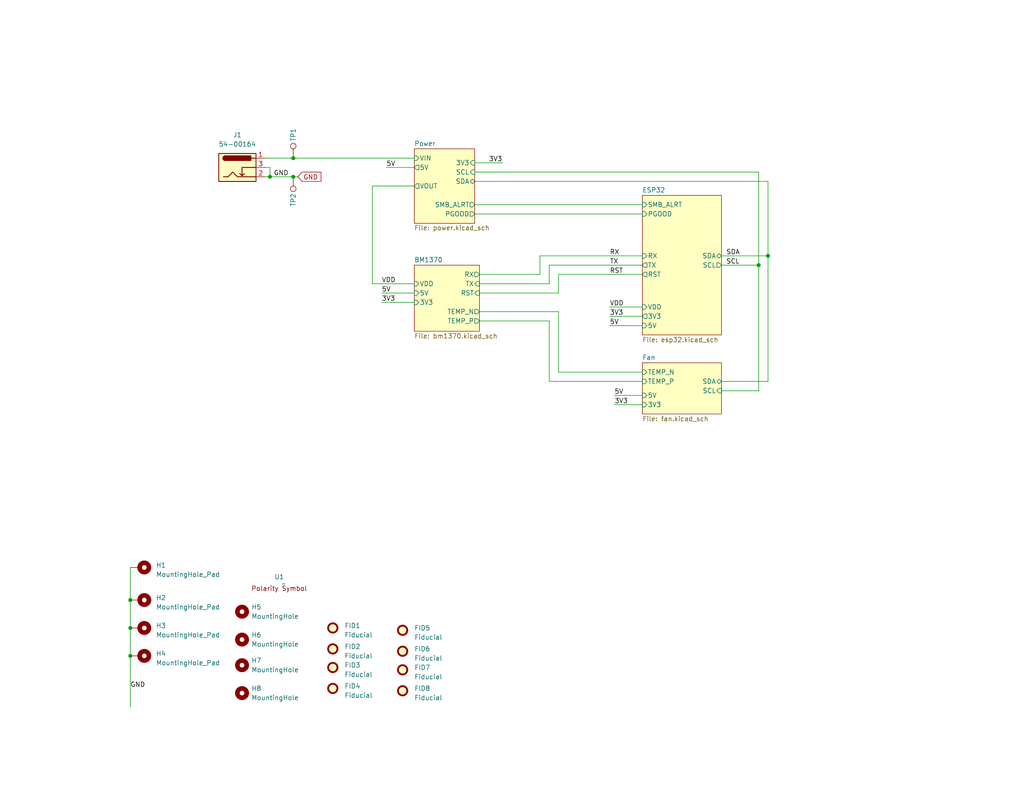
<source format=kicad_sch>
(kicad_sch (version 20250114) (generator "eeschema") (generator_version "9.0")
  (paper "A")
  (title_block (title "bittyaxe") (date "2025-06-04") (rev "900"))
  (lib_symbols
    (symbol "Connector:Barrel_Jack_Switch" (pin_names (hide yes))
      (property "Reference" "J" (at 0 5.334 0))
      (property "Value" "Barrel_Jack_Switch" (at 0 -5.08 0))
      (symbol "Barrel_Jack_Switch_0_1"
        (rectangle (start -5.08 3.81) (end 5.08 -3.81) (stroke (width 0.254)) (fill (type background)))
        (polyline (pts (xy -3.81 -2.54) (xy -2.54 -2.54) (xy -1.27 -1.27) (xy 0 -2.54) (xy 2.54 -2.54) (xy 5.08 -2.54)) (stroke (width 0.254)))
        (arc (start -3.302 1.905) (mid -3.9343 2.54) (end -3.302 3.175) (stroke (width 0.254)))
        (arc (start -3.302 1.905) (mid -3.9343 2.54) (end -3.302 3.175) (stroke (width 0.254)) (fill (type outline)))
        (polyline (pts (xy 1.27 -2.286) (xy 1.905 -1.651)) (stroke (width 0.254)))
        (rectangle (start 3.683 3.175) (end -3.302 1.905) (stroke (width 0.254)) (fill (type outline)))
        (polyline (pts (xy 5.08 2.54) (xy 3.81 2.54)) (stroke (width 0.254)))
        (polyline (pts (xy 5.08 0) (xy 1.27 0) (xy 1.27 -2.286) (xy 0.635 -1.651)) (stroke (width 0.254)))
      )
      (symbol "Barrel_Jack_Switch_1_1"
        (pin power_out line (at 7.62 2.54 180) (length 2.54) (name "~") (number "1"))
        (pin passive line (at 7.62 0 180) (length 2.54) (name "~") (number "3"))
        (pin power_out line (at 7.62 -2.54 180) (length 2.54) (name "~") (number "2"))
      )
    )
    (symbol "Connector:TestPoint" (pin_numbers (hide yes)) (pin_names (offset 0.762) (hide yes))
      (property "Reference" "TP" (at 0 6.858 0))
      (property "Value" "TestPoint" (at 0 5.08 0))
      (symbol "TestPoint_0_1"
        (circle (center 0 3.302) (radius 0.762))
      )
      (symbol "TestPoint_1_1"
        (pin passive line (at 0 0 90) (length 2.54) (name "1") (number "1"))
      )
    )
    (symbol "Mechanical:Fiducial"
      (property "Reference" "FID" (at 0 5.08 0))
      (property "Value" "Fiducial" (at 0 3.175 0))
      (symbol "Fiducial_0_1"
        (circle (center 0 0) (radius 1.27) (stroke (width 0.508)) (fill (type background)))
      )
    )
    (symbol "Mechanical:MountingHole" (pin_names (offset 1.016))
      (property "Reference" "H" (at 0 5.08 0))
      (property "Value" "MountingHole" (at 0 3.175 0))
      (symbol "MountingHole_0_1"
        (circle (center 0 0) (radius 1.27) (stroke (width 1.27)))
      )
    )
    (symbol "Mechanical:MountingHole_Pad" (pin_numbers (hide yes)) (pin_names (offset 1.016) (hide yes))
      (property "Reference" "H" (at 0 6.35 0))
      (property "Value" "MountingHole_Pad" (at 0 4.445 0))
      (symbol "MountingHole_Pad_0_1"
        (circle (center 0 1.27) (radius 1.27) (stroke (width 1.27)))
      )
      (symbol "MountingHole_Pad_1_1"
        (pin input line (at 0 -2.54 90) (length 2.54) (name "1") (number "1"))
      )
    )
    (symbol "bitaxe:polarity" (in_bom no)
      (property "Reference" "U" (at 0 0 0))
      (symbol "polarity_1_1"
        (text "Polarity Symbol" (at -1.27 -1.27 0) (effects (font (size 1.27 1.27))))
      )
    )
  )
  (junction (at 73.66 48.26))
  (junction (at 209.55 69.85))
  (junction (at 35.56 179.07))
  (junction (at 80.01 43.18))
  (junction (at 35.56 171.45))
  (junction (at 207.01 72.39))
  (junction (at 80.01 48.26))
  (junction (at 35.56 163.83))
  (wire (pts (xy 73.66 45.72) (xy 73.66 48.26)))
  (wire (pts (xy 129.54 46.99) (xy 207.01 46.99)))
  (wire (pts (xy 152.4 101.6) (xy 175.26 101.6)))
  (wire (pts (xy 196.85 72.39) (xy 207.01 72.39)))
  (wire (pts (xy 80.01 48.26) (xy 81.28 48.26)))
  (wire (pts (xy 105.41 45.72) (xy 113.03 45.72)))
  (wire (pts (xy 147.32 74.93) (xy 147.32 69.85)))
  (wire (pts (xy 130.81 77.47) (xy 149.86 77.47)))
  (wire (pts (xy 166.37 88.9) (xy 175.26 88.9)))
  (wire (pts (xy 72.39 43.18) (xy 80.01 43.18)))
  (wire (pts (xy 72.39 48.26) (xy 73.66 48.26)))
  (wire (pts (xy 167.64 110.49) (xy 175.26 110.49)))
  (wire (pts (xy 209.55 49.53) (xy 209.55 69.85)))
  (wire (pts (xy 175.26 104.14) (xy 149.86 104.14)))
  (wire (pts (xy 152.4 74.93) (xy 175.26 74.93)))
  (wire (pts (xy 129.54 49.53) (xy 209.55 49.53)))
  (wire (pts (xy 73.66 48.26) (xy 80.01 48.26)))
  (wire (pts (xy 166.37 83.82) (xy 175.26 83.82)))
  (wire (pts (xy 207.01 72.39) (xy 207.01 106.68)))
  (wire (pts (xy 207.01 46.99) (xy 207.01 72.39)))
  (wire (pts (xy 196.85 69.85) (xy 209.55 69.85)))
  (wire (pts (xy 152.4 80.01) (xy 152.4 74.93)))
  (wire (pts (xy 35.56 163.83) (xy 35.56 171.45)))
  (wire (pts (xy 104.14 82.55) (xy 113.03 82.55)))
  (wire (pts (xy 130.81 74.93) (xy 147.32 74.93)))
  (wire (pts (xy 196.85 104.14) (xy 209.55 104.14)))
  (wire (pts (xy 72.39 45.72) (xy 73.66 45.72)))
  (wire (pts (xy 101.6 77.47) (xy 101.6 50.8)))
  (wire (pts (xy 130.81 85.09) (xy 152.4 85.09)))
  (wire (pts (xy 149.86 77.47) (xy 149.86 72.39)))
  (wire (pts (xy 196.85 106.68) (xy 207.01 106.68)))
  (wire (pts (xy 104.14 80.01) (xy 113.03 80.01)))
  (wire (pts (xy 149.86 87.63) (xy 130.81 87.63)))
  (wire (pts (xy 209.55 104.14) (xy 209.55 69.85)))
  (wire (pts (xy 129.54 58.42) (xy 175.26 58.42)))
  (wire (pts (xy 167.64 107.95) (xy 175.26 107.95)))
  (wire (pts (xy 129.54 55.88) (xy 175.26 55.88)))
  (wire (pts (xy 35.56 179.07) (xy 35.56 193.04)))
  (wire (pts (xy 35.56 154.94) (xy 35.56 163.83)))
  (wire (pts (xy 152.4 85.09) (xy 152.4 101.6)))
  (wire (pts (xy 147.32 69.85) (xy 175.26 69.85)))
  (wire (pts (xy 166.37 86.36) (xy 175.26 86.36)))
  (wire (pts (xy 113.03 77.47) (xy 101.6 77.47)))
  (wire (pts (xy 101.6 50.8) (xy 113.03 50.8)))
  (wire (pts (xy 130.81 80.01) (xy 152.4 80.01)))
  (wire (pts (xy 149.86 72.39) (xy 175.26 72.39)))
  (wire (pts (xy 35.56 171.45) (xy 35.56 179.07)))
  (wire (pts (xy 80.01 43.18) (xy 113.03 43.18)))
  (wire (pts (xy 149.86 104.14) (xy 149.86 87.63)))
  (wire (pts (xy 129.54 44.45) (xy 137.16 44.45)))
  (label "VDD" (at 166.37 83.82 0))
  (label "3V3" (at 104.14 82.55 0))
  (label "RST" (at 166.37 74.93 0))
  (label "VDD" (at 104.14 77.47 0))
  (label "5V" (at 105.41 45.72 0))
  (label "5V" (at 167.64 107.95 0))
  (label "SDA" (at 198.12 69.85 0))
  (label "GND" (at 35.56 187.96 0))
  (label "RX" (at 166.37 69.85 0))
  (label "3V3" (at 133.35 44.45 0))
  (label "3V3" (at 166.37 86.36 0))
  (label "SCL" (at 198.12 72.39 0))
  (label "5V" (at 166.37 88.9 0))
  (label "3V3" (at 167.64 110.49 0))
  (label "5V" (at 104.14 80.01 0))
  (label "GND" (at 78.74 48.26 180))
  (label "TX" (at 166.37 72.39 0))
  (global_label "GND" (shape input) (at 81.28 48.26 0) (property "Intersheetrefs" "${INTERSHEET_REFS}" (effects (hide yes))))
  (symbol (lib_id "Mechanical:Fiducial") (at 90.805 177.165 0) (unit 1) (in_bom no)
    (property "Reference" "FID2" (at 93.98 176.53 0) (effects (justify left)))
    (property "Value" "Fiducial" (at 93.98 179.07 0) (effects (justify left)))
    (property "Footprint" "Fiducial:Fiducial_1mm_Mask2mm" (effects (hide yes)))
  )
  (symbol (lib_id "Mechanical:Fiducial") (at 90.805 182.245 0) (unit 1) (in_bom no)
    (property "Reference" "FID3" (at 93.98 181.61 0) (effects (justify left)))
    (property "Value" "Fiducial" (at 93.98 184.15 0) (effects (justify left)))
    (property "Footprint" "Fiducial:Fiducial_1mm_Mask2mm" (effects (hide yes)))
  )
  (symbol (lib_id "Mechanical:Fiducial") (at 90.805 187.96 0) (unit 1) (in_bom no)
    (property "Reference" "FID4" (at 93.98 187.325 0) (effects (justify left)))
    (property "Value" "Fiducial" (at 93.98 189.865 0) (effects (justify left)))
    (property "Footprint" "Fiducial:Fiducial_1mm_Mask2mm" (effects (hide yes)))
  )
  (symbol (lib_id "Mechanical:Fiducial") (at 109.855 177.8 0) (unit 1) (in_bom no)
    (property "Reference" "FID6" (at 113.03 177.165 0) (effects (justify left)))
    (property "Value" "Fiducial" (at 113.03 179.705 0) (effects (justify left)))
    (property "Footprint" "Fiducial:Fiducial_1mm_Mask2mm" (effects (hide yes)))
  )
  (symbol (lib_id "Connector:TestPoint") (at 80.01 43.18 0) (unit 1) (in_bom no)
    (property "Reference" "TP1" (at 80.01 36.83 90))
    (property "Value" "TestPoint" (effects (hide yes)))
    (property "Footprint" "TestPoint:TestPoint_Pad_D1.5mm" (effects (hide yes)))
  )
  (symbol (lib_id "Connector:TestPoint") (at 80.01 48.26 180) (unit 1) (in_bom no)
    (property "Reference" "TP2" (at 80.01 54.61 90))
    (property "Value" "TestPoint" (effects (hide yes)))
    (property "Footprint" "TestPoint:TestPoint_Pad_D1.5mm" (effects (hide yes)))
  )
  (symbol (lib_id "Mechanical:MountingHole") (at 66.04 189.23 0) (unit 1) (in_bom no)
    (property "Reference" "H8" (at 68.58 187.9599 0) (effects (justify left)))
    (property "Value" "MountingHole" (at 68.58 190.4999 0) (effects (justify left)))
    (property "Footprint" "MountingHole:MountingHole_3.5mm" (effects (hide yes)))
  )
  (symbol (lib_id "Connector:Barrel_Jack_Switch") (at 64.77 45.72 0) (unit 1)
    (property "Reference" "J1" (at 64.77 36.83 0))
    (property "Value" "54-00164" (at 64.77 39.37 0))
    (property "Footprint" "bitaxe:TENSILITY_54-00164" (effects (hide yes)))
    (property "Datasheet" "https://tensility.s3.amazonaws.com/uploads/pdffiles/54-00164.pdf" (effects (hide yes)))
    (property "Description" "DC Barrel Jack with an internal switch" (effects (hide yes)))
    (property "DK" "839-54-00164CT-ND" (effects (hide yes)))
    (property "PARTNO" "54-00164" (effects (hide yes)))
    (property "LCSC" "C431534" (effects (hide yes)))
  )
  (symbol (lib_id "Mechanical:MountingHole_Pad") (at 38.1 154.94 270) (unit 1) (in_bom no)
    (property "Reference" "H1" (at 42.545 154.305 90) (effects (justify left)))
    (property "Value" "MountingHole_Pad" (at 42.545 156.845 90) (effects (justify left)))
    (property "Footprint" "MountingHole:MountingHole_3mm_Pad_Via" (effects (hide yes)))
  )
  (symbol (lib_id "Mechanical:MountingHole") (at 66.04 181.61 0) (unit 1) (in_bom no)
    (property "Reference" "H7" (at 68.58 180.3399 0) (effects (justify left)))
    (property "Value" "MountingHole" (at 68.58 182.8799 0) (effects (justify left)))
    (property "Footprint" "MountingHole:MountingHole_3.5mm" (effects (hide yes)))
  )
  (symbol (lib_id "Mechanical:Fiducial") (at 90.805 171.45 0) (unit 1) (in_bom no)
    (property "Reference" "FID1" (at 93.98 170.815 0) (effects (justify left)))
    (property "Value" "Fiducial" (at 93.98 173.355 0) (effects (justify left)))
    (property "Footprint" "Fiducial:Fiducial_1mm_Mask2mm" (effects (hide yes)))
  )
  (symbol (lib_id "Mechanical:Fiducial") (at 109.855 188.595 0) (unit 1) (in_bom no)
    (property "Reference" "FID8" (at 113.03 187.96 0) (effects (justify left)))
    (property "Value" "Fiducial" (at 113.03 190.5 0) (effects (justify left)))
    (property "Footprint" "Fiducial:Fiducial_1mm_Mask2mm" (effects (hide yes)))
  )
  (symbol (lib_id "Mechanical:Fiducial") (at 109.855 172.085 0) (unit 1) (in_bom no)
    (property "Reference" "FID5" (at 113.03 171.45 0) (effects (justify left)))
    (property "Value" "Fiducial" (at 113.03 173.99 0) (effects (justify left)))
    (property "Footprint" "Fiducial:Fiducial_1mm_Mask2mm" (effects (hide yes)))
  )
  (symbol (lib_id "Mechanical:MountingHole") (at 66.04 174.625 0) (unit 1) (in_bom no)
    (property "Reference" "H6" (at 68.58 173.3549 0) (effects (justify left)))
    (property "Value" "MountingHole" (at 68.58 175.8949 0) (effects (justify left)))
    (property "Footprint" "MountingHole:MountingHole_3.5mm" (effects (hide yes)))
  )
  (symbol (lib_id "Mechanical:Fiducial") (at 109.855 182.88 0) (unit 1) (in_bom no)
    (property "Reference" "FID7" (at 113.03 182.245 0) (effects (justify left)))
    (property "Value" "Fiducial" (at 113.03 184.785 0) (effects (justify left)))
    (property "Footprint" "Fiducial:Fiducial_1mm_Mask2mm" (effects (hide yes)))
  )
  (symbol (lib_id "Mechanical:MountingHole") (at 66.04 167.005 0) (unit 1) (in_bom no)
    (property "Reference" "H5" (at 68.58 165.7349 0) (effects (justify left)))
    (property "Value" "MountingHole" (at 68.58 168.2749 0) (effects (justify left)))
    (property "Footprint" "MountingHole:MountingHole_3.5mm" (effects (hide yes)))
  )
  (symbol (lib_id "Mechanical:MountingHole_Pad") (at 38.1 171.45 270) (unit 1) (in_bom no)
    (property "Reference" "H3" (at 42.545 170.815 90) (effects (justify left)))
    (property "Value" "MountingHole_Pad" (at 42.545 173.355 90) (effects (justify left)))
    (property "Footprint" "MountingHole:MountingHole_3mm_Pad_Via" (effects (hide yes)))
  )
  (symbol (lib_id "Mechanical:MountingHole_Pad") (at 38.1 163.83 270) (unit 1) (in_bom no)
    (property "Reference" "H2" (at 42.545 163.195 90) (effects (justify left)))
    (property "Value" "MountingHole_Pad" (at 42.545 165.735 90) (effects (justify left)))
    (property "Footprint" "MountingHole:MountingHole_3mm_Pad_Via" (effects (hide yes)))
  )
  (symbol (lib_id "Mechanical:MountingHole_Pad") (at 38.1 179.07 270) (unit 1) (in_bom no)
    (property "Reference" "H4" (at 42.545 178.435 90) (effects (justify left)))
    (property "Value" "MountingHole_Pad" (at 42.545 180.975 90) (effects (justify left)))
    (property "Footprint" "MountingHole:MountingHole_3mm_Pad_Via" (effects (hide yes)))
  )
  (symbol (lib_id "bitaxe:polarity") (at 77.47 159.385 0) (unit 1) (in_bom no)
    (property "Reference" "U1" (at 76.2 157.48 0))
    (property "Value" "~" (at 77.47 159.385 0))
    (property "Footprint" "bitaxe:polarity" (effects (hide yes)))
  )
  (sheet (at 113.03 72.39) (size 17.78 18.034) (stroke (width 0.1524)) (fill (color 255 255 194 1.0000))
    (property "Sheetname" "BM1370" (at 113.03 71.6784 0) (effects (justify left bottom)))
    (property "Sheetfile" "bm1370.kicad_sch" (at 113.03 91.0086 0) (effects (justify left top)))
    (pin "TX" input (at 130.81 77.47 0))
    (pin "RX" output (at 130.81 74.93 0))
    (pin "RST" input (at 130.81 80.01 0))
    (pin "3V3" input (at 113.03 82.55 180))
    (pin "5V" input (at 113.03 80.01 180))
    (pin "VDD" input (at 113.03 77.47 180))
    (pin "TEMP_N" output (at 130.81 85.09 0))
    (pin "TEMP_P" output (at 130.81 87.63 0))
  )
  (sheet (at 175.26 99.06) (size 21.59 13.97) (stroke (width 0.1524)) (fill (color 255 255 194 1.0000))
    (property "Sheetname" "Fan" (at 175.26 98.3484 0) (effects (justify left bottom)))
    (property "Sheetfile" "fan.kicad_sch" (at 175.26 113.6146 0) (effects (justify left top)))
    (pin "SDA" bidirectional (at 196.85 104.14 0))
    (pin "SCL" input (at 196.85 106.68 0))
    (pin "5V" input (at 175.26 107.95 180))
    (pin "3V3" input (at 175.26 110.49 180))
    (pin "TEMP_N" input (at 175.26 101.6 180))
    (pin "TEMP_P" input (at 175.26 104.14 180))
  )
  (sheet (at 113.03 40.64) (size 16.51 20.32) (stroke (width 0.1524)) (fill (color 255 255 194 1.0000))
    (property "Sheetname" "Power" (at 113.03 39.9284 0) (effects (justify left bottom)))
    (property "Sheetfile" "power.kicad_sch" (at 113.03 61.468 0) (effects (justify left top)))
    (pin "VOUT" output (at 113.03 50.8 180))
    (pin "VIN" input (at 113.03 43.18 180))
    (pin "SCL" input (at 129.54 46.99 0))
    (pin "SDA" bidirectional (at 129.54 49.53 0))
    (pin "5V" output (at 113.03 45.72 180))
    (pin "3V3" input (at 129.54 44.45 0))
    (pin "PGOOD" output (at 129.54 58.42 0))
    (pin "SMB_ALRT" output (at 129.54 55.88 0))
  )
  (sheet (at 175.26 53.34) (size 21.59 38.1) (stroke (width 0.1524)) (fill (color 255 255 194 1.0000))
    (property "Sheetname" "ESP32" (at 175.26 52.6284 0) (effects (justify left bottom)))
    (property "Sheetfile" "esp32.kicad_sch" (at 175.26 92.0246 0) (effects (justify left top)))
    (pin "SDA" bidirectional (at 196.85 69.85 0))
    (pin "SCL" output (at 196.85 72.39 0))
    (pin "RX" input (at 175.26 69.85 180))
    (pin "TX" output (at 175.26 72.39 180))
    (pin "RST" output (at 175.26 74.93 180))
    (pin "5V" input (at 175.26 88.9 180))
    (pin "3V3" output (at 175.26 86.36 180))
    (pin "PGOOD" input (at 175.26 58.42 180))
    (pin "VDD" input (at 175.26 83.82 180))
    (pin "SMB_ALRT" input (at 175.26 55.88 180))
  )
)
</source>
